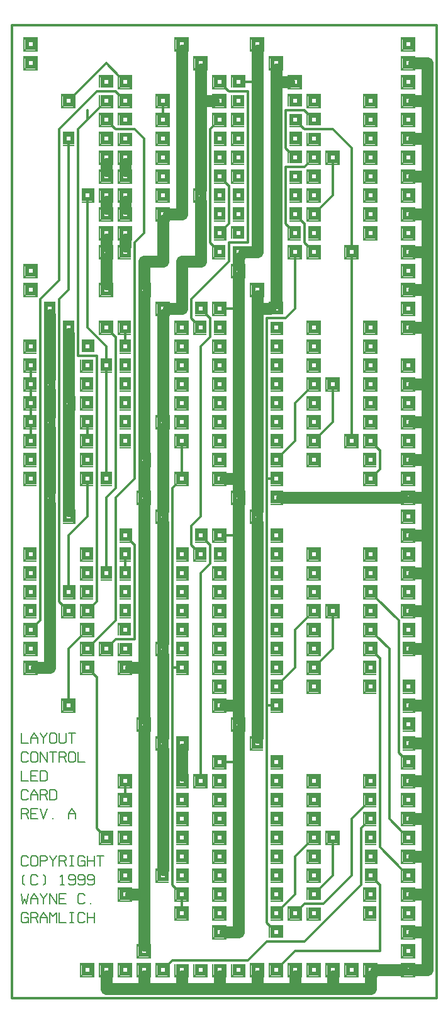
<source format=gtl>
%MOIN*%
%FSLAX23Y23*%
%ADD10C,.012*%
%ADD11C,.062*%
%ADD12C,.050X.024*%
%ADD13R,.062X.062X.024*%
%ADD14C,.016*%
%ADD15R,.008X.062*%
%ADD16R,.062X.008*%
%ADD17C,.008*%
%LPD*%
G90*X0Y0D02*X86Y409D02*D17*X77Y400D01*X59D01*     
X50Y409D01*Y445D01*X59Y454D01*X77D01*X86Y445D01*  
X68Y427D02*X86D01*Y400D01*X100D02*Y454D01*X127D01*
X136Y445D01*Y436D01*X127Y427D01*X100D01*X127D02*  
X136Y400D01*X150D02*Y427D01*X168Y454D01*          
X186Y427D01*Y400D01*X150Y427D02*X186D01*          
X200Y400D02*Y454D01*X218Y436D01*X236Y454D01*      
Y400D01*X250Y454D02*Y400D01*X286D01*X318D02*      
Y454D01*X309Y400D02*X327D01*X309Y454D02*X327D01*  
X386Y409D02*X377Y400D01*X359D01*X350Y409D01*      
Y445D01*X359Y454D01*X377D01*X386Y445D01*          
X400Y400D02*Y454D01*X436Y400D02*Y454D01*          
X400Y427D02*X436D01*D13*X400Y150D03*D14*          
X431Y181D03*Y119D03*X369Y181D03*Y119D03*D15*      
X435Y150D03*X365D03*D16*X400Y185D03*Y115D03*      
X50Y554D02*D17*X59Y500D01*X68Y527D01*X77Y500D01*  
X86Y554D01*X100Y500D02*Y527D01*X118Y554D01*       
X136Y527D01*Y500D01*X100Y527D02*X136D01*          
X150Y554D02*X168Y527D01*X186Y554D01*X168Y527D02*  
Y500D01*X200D02*Y554D01*X236Y500D01*Y554D01*      
X286Y500D02*X250D01*Y554D01*X286D01*X250Y527D02*  
X277D01*X386Y509D02*X377Y500D01*X359D01*          
X350Y509D01*Y545D01*X359Y554D01*X377D01*          
X386Y545D01*X418Y500D03*X500Y50D02*D11*X700D01*   
X900D01*X1100D01*X1300D01*X1500D01*X1700D01*      
X1900D01*Y119D01*D13*Y150D03*D14*X1931Y181D03*    
Y119D03*X1869Y181D03*Y119D03*D15*X1935Y150D03*    
X1865D03*D16*X1900Y185D03*Y115D03*X1931Y150D02*   
D11*X2069D01*D13*X2100D03*D14*X2131Y181D03*       
Y119D03*X2069Y181D03*Y119D03*D15*X2135Y150D03*    
X2065D03*D16*X2100Y185D03*Y115D03*X2131Y150D02*   
D11*X2200D01*Y350D01*X2131D01*D13*X2100D03*D14*   
X2131Y381D03*Y319D03*X2069Y381D03*Y319D03*D15*    
X2135Y350D03*X2065D03*D16*X2100Y385D03*Y315D03*   
X2200Y350D02*D11*Y550D01*X2131D01*D13*X2100D03*   
D14*X2131Y581D03*Y519D03*X2069Y581D03*Y519D03*D15*
X2135Y550D03*X2065D03*D16*X2100Y585D03*Y515D03*   
X2200Y550D02*D11*Y750D01*X2131D01*D13*X2100D03*   
D14*X2131Y781D03*Y719D03*X2069Y781D03*Y719D03*D15*
X2135Y750D03*X2065D03*D16*X2100Y785D03*Y715D03*   
X2200Y750D02*D11*Y950D01*X2131D01*D13*X2100D03*   
D14*X2131Y981D03*Y919D03*X2069Y981D03*Y919D03*D15*
X2135Y950D03*X2065D03*D16*X2100Y985D03*Y915D03*   
X2200Y950D02*D11*Y1150D01*X2131D01*D13*X2100D03*  
D14*X2131Y1181D03*Y1119D03*X2069Y1181D03*Y1119D03*
D15*X2135Y1150D03*X2065D03*D16*X2100Y1185D03*     
Y1115D03*X2200Y1150D02*D11*Y1350D01*X2131D01*D13* 
X2100D03*D14*X2131Y1381D03*Y1319D03*D15*          
X2135Y1350D03*D16*X2100Y1385D03*Y1315D03*         
X2050Y1300D02*D10*X2069Y1281D01*D13*X2100Y1250D03*
D14*X2131Y1281D03*Y1219D03*X2069Y1281D03*Y1219D03*
D15*X2135Y1250D03*X2065D03*D16*X2100Y1285D03*     
Y1215D03*X2050Y1300D02*D10*Y2000D01*X1931Y2119D01*
D13*X1900Y2150D03*D14*X1931Y2181D03*Y2119D03*     
X1869Y2181D03*Y2119D03*D15*X1935Y2150D03*X1865D03*
D16*X1900Y2185D03*Y2115D03*D13*Y2250D03*D14*      
X1931Y2281D03*Y2219D03*X1869Y2281D03*Y2219D03*D15*
X1935Y2250D03*X1865D03*D16*X1900Y2285D03*Y2215D03*
D13*Y2050D03*D14*X1931Y2081D03*Y2019D03*          
X1869Y2081D03*Y2019D03*D15*X1935Y2050D03*X1865D03*
D16*X1900Y2085D03*Y2015D03*D13*X2100Y1950D03*D14* 
X2131Y1981D03*Y1919D03*D15*X2135Y1950D03*D16*     
X2100Y1985D03*Y1915D03*D13*Y2350D03*D14*          
X2131Y2381D03*Y2319D03*X2069Y2381D03*Y2319D03*D15*
X2135Y2350D03*X2065D03*D16*X2100Y2385D03*Y2315D03*
D13*Y2050D03*D14*X2131Y2081D03*Y2019D03*          
X2069Y2081D03*Y2019D03*D15*X2135Y2050D03*X2065D03*
D16*X2100Y2085D03*Y2015D03*X2131Y2050D02*D11*     
X2200D01*Y1850D01*Y1550D01*Y1350D01*D13*          
X2100Y1450D03*D14*X2131Y1481D03*Y1419D03*D15*     
X2135Y1450D03*D16*X2100Y1485D03*Y1415D03*         
X2200Y1550D02*D11*X2131D01*D13*X2100D03*D14*      
X2131Y1581D03*Y1519D03*D15*X2135Y1550D03*D16*     
X2100Y1585D03*Y1515D03*D13*Y1650D03*D14*          
X2131Y1681D03*Y1619D03*D15*X2135Y1650D03*D16*     
X2100Y1685D03*Y1615D03*D13*X1900Y1750D03*D14*     
X1869Y1781D03*Y1719D03*D15*X1865Y1750D03*D16*     
X1900Y1785D03*Y1715D03*D13*Y1650D03*D14*          
X1869Y1681D03*Y1619D03*D15*X1865Y1650D03*D16*     
X1900Y1685D03*Y1615D03*X1950Y1800D02*D10*Y800D01* 
X2069Y681D01*D13*X2100Y650D03*D14*X2131Y681D03*   
Y619D03*X2069Y681D03*Y619D03*D15*X2135Y650D03*    
X2065D03*D16*X2100Y685D03*Y615D03*X1950Y600D02*   
D10*Y250D01*X1500D01*X1431Y181D01*D13*            
X1400Y150D03*D14*X1431Y181D03*Y119D03*            
X1369Y181D03*Y119D03*D15*X1435Y150D03*X1365D03*   
D16*X1400Y185D03*Y115D03*X1500Y50D02*D11*Y119D01* 
D13*Y150D03*D14*X1531Y181D03*Y119D03*X1469Y181D03*
Y119D03*D15*X1535Y150D03*X1465D03*D16*            
X1500Y185D03*Y115D03*D13*X1600Y150D03*D14*        
X1631Y181D03*Y119D03*X1569Y181D03*Y119D03*D15*    
X1635Y150D03*X1565D03*D16*X1600Y185D03*Y115D03*   
X1350Y300D02*D10*X1250Y200D01*X850D01*X831Y181D01*
D13*X800Y150D03*D14*X831Y181D03*Y119D03*          
X769Y181D03*Y119D03*D15*X835Y150D03*X765D03*D16*  
X800Y185D03*Y115D03*X900Y50D02*D11*Y119D01*D13*   
Y150D03*D14*X931Y119D03*X869D03*D15*X935Y150D03*  
X865D03*D16*X900Y115D03*D13*X1000Y150D03*D14*     
X1031Y119D03*X969D03*D15*X1035Y150D03*X965D03*D16*
X1000Y115D03*D13*X1100Y350D03*D14*X1131Y381D03*   
Y319D03*X1069Y381D03*Y319D03*D15*X1135Y350D03*    
X1065D03*D16*X1100Y385D03*Y315D03*X1131Y350D02*   
D11*X1200D01*Y1250D01*D10*X1131D01*D13*X1100D03*  
D14*X1131Y1281D03*Y1219D03*X1069Y1281D03*Y1219D03*
D15*X1135Y1250D03*X1065D03*D16*X1100Y1285D03*     
Y1215D03*D13*X1000Y1150D03*D14*X1031Y1181D03*     
Y1119D03*X969Y1181D03*Y1119D03*D15*X1035Y1150D03* 
X965D03*D16*X1000Y1185D03*Y1115D03*Y1181D02*D10*  
Y2250D01*X1050Y2300D01*Y2400D01*X1031Y2419D01*D13*
X1000Y2450D03*D14*X1031Y2481D03*Y2419D03*D15*     
X1035Y2450D03*D16*X1000Y2485D03*Y2415D03*         
X950Y2500D02*D10*Y2400D01*X969Y2381D01*D13*       
X1000Y2350D03*D14*X969Y2381D03*Y2319D03*D15*      
X965Y2350D03*D16*X1000Y2385D03*Y2315D03*D13*      
X1100Y2250D03*D14*X1131Y2281D03*Y2219D03*         
X1069Y2281D03*Y2219D03*D15*X1135Y2250D03*X1065D03*
D16*X1100Y2285D03*Y2215D03*D13*Y2450D03*D14*      
X1131Y2481D03*Y2419D03*X1069Y2481D03*Y2419D03*D15*
X1135Y2450D03*X1065D03*D16*X1100Y2485D03*Y2415D03*
X1131Y2450D02*D10*X1200D01*D11*Y1550D01*Y1481D01* 
D13*Y1450D03*D14*X1231Y1481D03*Y1419D03*          
X1169Y1481D03*Y1419D03*D15*X1235Y1450D03*X1165D03*
D16*X1200Y1485D03*Y1415D03*Y1419D02*D11*Y1250D01* 
D13*X1300Y1350D03*D14*X1269Y1381D03*Y1319D03*D15* 
X1265Y1350D03*D16*X1300Y1385D03*Y1315D03*Y1381D02*
D11*Y2519D01*D13*Y2550D03*D14*X1269Y2581D03*      
Y2519D03*D15*X1265Y2550D03*D16*X1300Y2585D03*     
Y2515D03*Y2581D02*D11*Y3650D01*X1369D01*D13*      
X1400D03*D14*X1431Y3681D03*X1369D03*D15*          
X1435Y3650D03*X1365D03*D16*X1400Y3685D03*Y3681D02*
D11*Y4850D01*X1469D01*D13*X1500D03*D14*           
X1531Y4881D03*Y4819D03*X1469Y4881D03*Y4819D03*D15*
X1535Y4850D03*X1465D03*D16*X1500Y4885D03*Y4815D03*
D13*X1600Y4750D03*D14*X1631Y4781D03*Y4719D03*     
X1569Y4781D03*Y4719D03*D15*X1635Y4750D03*X1565D03*
D16*X1600Y4785D03*Y4715D03*D13*X1400Y4950D03*D14* 
X1431Y4981D03*Y4919D03*X1369Y4981D03*Y4919D03*D15*
X1435Y4950D03*X1365D03*D16*X1400Y4985D03*Y4915D03*
Y4919D02*D11*Y4850D01*D13*X1500Y4750D03*D14*      
X1531Y4781D03*X1469D03*D15*X1535Y4750D03*X1465D03*
D16*X1500Y4785D03*X1300Y4850D02*D11*Y3950D01*     
X1231D01*D13*X1200D03*D14*X1231Y3919D03*D15*      
X1235Y3950D03*D16*X1200Y3915D03*Y3919D02*D11*     
Y3881D01*D13*Y3850D03*D14*X1231Y3881D03*Y3819D03* 
X1169Y3881D03*Y3819D03*D15*X1235Y3850D03*X1165D03*
D16*X1200Y3885D03*Y3815D03*Y3819D02*D11*Y3650D01* 
Y2750D01*Y2681D01*D13*Y2650D03*D14*X1231Y2681D03* 
Y2619D03*X1169Y2681D03*Y2619D03*D15*X1235Y2650D03*
X1165D03*D16*X1200Y2685D03*Y2615D03*Y2619D02*D11* 
Y2450D01*D13*X1100Y2350D03*D14*X1131Y2381D03*     
Y2319D03*D15*X1135Y2350D03*D16*X1100Y2385D03*     
Y2315D03*D13*X1400Y2250D03*D14*X1431Y2281D03*     
Y2219D03*D15*X1435Y2250D03*D16*X1400Y2285D03*     
Y2215D03*D13*Y2650D03*D14*X1431Y2681D03*Y2619D03* 
D15*X1435Y2650D03*D16*X1400Y2685D03*Y2615D03*     
X1431Y2650D02*D11*X2069D01*D13*X2100D03*D14*      
X2131Y2681D03*Y2619D03*X2069Y2681D03*Y2619D03*D15*
X2135Y2650D03*X2065D03*D16*X2100Y2685D03*Y2615D03*
X2131Y2650D02*D11*X2200D01*Y2450D01*Y2250D01*     
Y2050D01*D13*X2100Y2150D03*D14*X2131Y2181D03*     
Y2119D03*X2069Y2181D03*Y2119D03*D15*X2135Y2150D03*
X2065D03*D16*X2100Y2185D03*Y2115D03*X2000Y1850D02*
D10*Y950D01*X2069Y881D01*D13*X2100Y850D03*D14*    
X2131Y881D03*Y819D03*X2069Y881D03*Y819D03*D15*    
X2135Y850D03*X2065D03*D16*X2100Y885D03*Y815D03*   
D13*X1900Y1050D03*D14*X1869Y1081D03*Y1019D03*D15* 
X1865Y1050D03*D16*X1900Y1085D03*Y1015D03*         
X1869Y1019D02*D10*X1800Y950D01*Y650D01*           
X1650Y500D01*X1550D01*X1531Y481D01*D13*           
X1500Y450D03*D14*X1531Y481D03*Y419D03*            
X1469Y481D03*Y419D03*D15*X1535Y450D03*X1465D03*   
D16*X1500Y485D03*Y415D03*D13*X1600Y550D03*D14*    
X1631Y581D03*X1569D03*D15*X1635Y550D03*X1565D03*  
D16*X1600Y585D03*X1631Y581D02*D10*X1700Y650D01*   
Y819D01*D13*Y850D03*D14*X1731Y881D03*Y819D03*     
X1669Y881D03*Y819D03*D15*X1735Y850D03*X1665D03*   
D16*X1700Y885D03*Y815D03*D13*X1600Y950D03*D14*    
X1631Y981D03*Y919D03*X1569Y981D03*Y919D03*D15*    
X1635Y950D03*X1565D03*D16*X1600Y985D03*Y915D03*   
D13*Y750D03*D14*X1631Y781D03*Y719D03*X1569Y781D03*
Y719D03*D15*X1635Y750D03*X1565D03*D16*            
X1600Y785D03*Y715D03*D13*Y850D03*D14*X1631Y881D03*
Y819D03*X1569Y881D03*Y819D03*D15*X1635Y850D03*    
X1565D03*D16*X1600Y885D03*Y815D03*X1569Y819D02*   
D10*X1500Y750D01*Y550D01*X1431Y481D01*D13*        
X1400Y450D03*D14*X1431Y481D03*Y419D03*D15*        
X1435Y450D03*D16*X1400Y485D03*Y415D03*            
X1350Y400D02*D10*X1369Y381D01*D13*X1400Y350D03*   
D14*X1431Y381D03*X1369D03*D15*X1435Y350D03*       
X1365D03*D16*X1400Y385D03*X1350Y400D02*D10*       
Y1550D01*X1369D01*D13*X1400D03*D14*X1431Y1581D03* 
Y1519D03*D15*X1435Y1550D03*D16*X1400Y1585D03*     
Y1515D03*X1350Y1550D02*D10*Y2750D01*X1369D01*D13* 
X1400D03*D14*X1431Y2781D03*Y2719D03*D15*          
X1435Y2750D03*D16*X1400Y2785D03*Y2715D03*         
X1350Y2750D02*D10*Y3600D01*X1450D01*X1500Y3650D01*
Y3919D01*D13*Y3950D03*D14*X1531Y3981D03*Y3919D03* 
X1469Y3981D03*Y3919D03*D15*X1535Y3950D03*X1465D03*
D16*X1500Y3985D03*Y3915D03*X1550Y4000D02*D10*     
X1569Y3981D01*D13*X1600Y3950D03*D14*X1631Y3981D03*
Y3919D03*X1569Y3981D03*Y3919D03*D15*X1635Y3950D03*
X1565D03*D16*X1600Y3985D03*Y3915D03*X1550Y4000D02*
D10*Y4100D01*X1531Y4119D01*D13*X1500Y4150D03*D14* 
X1531Y4181D03*Y4119D03*D15*X1535Y4150D03*D16*     
X1500Y4185D03*Y4115D03*X1450Y4100D02*D10*         
X1469Y4081D01*D13*X1500Y4050D03*D14*X1469Y4081D03*
Y4019D03*D15*X1465Y4050D03*D16*X1500Y4085D03*     
Y4015D03*X1450Y4100D02*D10*Y4400D01*X1550D01*     
X1569Y4419D01*D13*X1600Y4450D03*D14*X1631Y4481D03*
Y4419D03*X1569Y4481D03*Y4419D03*D15*X1635Y4450D03*
X1565D03*D16*X1600Y4485D03*Y4415D03*D13*          
X1500Y4550D03*D14*X1531Y4581D03*Y4519D03*D15*     
X1535Y4550D03*D16*X1500Y4585D03*Y4515D03*D13*     
Y4350D03*D14*X1531Y4319D03*D15*X1535Y4350D03*D16* 
X1500Y4315D03*D13*X1700Y4450D03*D14*X1731Y4481D03*
Y4419D03*X1669Y4481D03*Y4419D03*D15*X1735Y4450D03*
X1665D03*D16*X1700Y4485D03*Y4415D03*Y4419D02*D10* 
Y4250D01*X1631Y4181D01*D13*X1600Y4150D03*D14*     
X1631Y4181D03*Y4119D03*X1569Y4181D03*Y4119D03*D15*
X1635Y4150D03*X1565D03*D16*X1600Y4185D03*Y4115D03*
D13*X1500Y4250D03*D14*X1531Y4281D03*Y4219D03*D15* 
X1535Y4250D03*D16*X1500Y4285D03*Y4215D03*D13*     
X1600Y4250D03*D14*X1631Y4281D03*Y4219D03*         
X1569Y4281D03*Y4219D03*D15*X1635Y4250D03*X1565D03*
D16*X1600Y4285D03*Y4215D03*D13*Y4050D03*D14*      
X1631Y4081D03*Y4019D03*D15*X1635Y4050D03*D16*     
X1600Y4085D03*Y4015D03*D13*X1800Y3950D03*D14*     
X1831Y3981D03*Y3919D03*X1769Y3981D03*Y3919D03*D15*
X1835Y3950D03*X1765D03*D16*X1800Y3985D03*Y3915D03*
Y3919D02*D10*Y2981D01*D13*Y2950D03*D14*           
X1831Y2981D03*Y2919D03*X1769Y2981D03*Y2919D03*D15*
X1835Y2950D03*X1765D03*D16*X1800Y2985D03*Y2915D03*
D13*X1900Y2850D03*D14*X1869Y2881D03*Y2819D03*D15* 
X1865Y2850D03*D16*X1900Y2885D03*Y2815D03*D13*     
Y3050D03*D14*X1931Y3081D03*Y3019D03*X1869Y3081D03*
Y3019D03*D15*X1935Y3050D03*X1865D03*D16*          
X1900Y3085D03*Y3015D03*X1700Y3050D02*D10*         
X1631Y2981D01*D13*X1600Y2950D03*D14*X1631Y2981D03*
Y2919D03*X1569Y2981D03*Y2919D03*D15*X1635Y2950D03*
X1565D03*D16*X1600Y2985D03*Y2915D03*X1700Y3050D02*
D10*Y3219D01*D13*Y3250D03*D14*X1731Y3281D03*      
Y3219D03*X1669Y3281D03*Y3219D03*D15*X1735Y3250D03*
X1665D03*D16*X1700Y3285D03*Y3215D03*D13*          
X1600Y3350D03*D14*X1631Y3381D03*Y3319D03*         
X1569Y3381D03*Y3319D03*D15*X1635Y3350D03*X1565D03*
D16*X1600Y3385D03*Y3315D03*D13*Y3150D03*D14*      
X1631Y3181D03*Y3119D03*X1569Y3181D03*Y3119D03*D15*
X1635Y3150D03*X1565D03*D16*X1600Y3185D03*Y3115D03*
D13*Y3250D03*D14*X1631Y3281D03*Y3219D03*          
X1569Y3281D03*Y3219D03*D15*X1635Y3250D03*X1565D03*
D16*X1600Y3285D03*Y3215D03*X1569Y3219D02*D10*     
X1500Y3150D01*Y2950D01*X1431Y2881D01*D13*         
X1400Y2850D03*D14*X1431Y2881D03*Y2819D03*D15*     
X1435Y2850D03*D16*X1400Y2885D03*Y2815D03*D13*     
Y2950D03*D14*X1431Y2981D03*Y2919D03*D15*          
X1435Y2950D03*D16*X1400Y2985D03*Y2915D03*D13*     
X1600Y3050D03*D14*X1631Y3081D03*Y3019D03*         
X1569Y3081D03*Y3019D03*D15*X1635Y3050D03*X1565D03*
D16*X1600Y3085D03*Y3015D03*D13*Y2850D03*D14*      
X1631Y2881D03*Y2819D03*X1569Y2881D03*Y2819D03*D15*
X1635Y2850D03*X1565D03*D16*X1600Y2885D03*Y2815D03*
D13*X1400Y3050D03*D14*X1431Y3081D03*Y3019D03*D15* 
X1435Y3050D03*D16*X1400Y3085D03*Y3015D03*         
X1200Y2750D02*D11*X1131D01*D13*X1100D03*D14*      
X1131Y2781D03*Y2719D03*X1069Y2781D03*Y2719D03*D15*
X1135Y2750D03*X1065D03*D16*X1100Y2785D03*Y2715D03*
D13*Y2850D03*D14*X1131Y2881D03*Y2819D03*          
X1069Y2881D03*Y2819D03*D15*X1135Y2850D03*X1065D03*
D16*X1100Y2885D03*Y2815D03*D13*X900Y2950D03*D14*  
X931Y2981D03*Y2919D03*X869Y2981D03*Y2919D03*D15*  
X935Y2950D03*X865D03*D16*X900Y2985D03*Y2915D03*   
Y2919D02*D10*Y2781D01*D13*Y2750D03*D14*           
X931Y2781D03*Y2719D03*X869Y2781D03*Y2719D03*D15*  
X935Y2750D03*X865D03*D16*X900Y2785D03*Y2715D03*   
X869Y2719D02*D10*X850Y2700D01*Y1750D01*Y600D01*   
X869Y581D01*D13*X900Y550D03*D14*X931Y581D03*      
Y519D03*X869Y581D03*Y519D03*D15*X935Y550D03*      
X865D03*D16*X900Y585D03*Y515D03*Y519D02*D10*      
Y481D01*D13*Y450D03*D14*X931Y481D03*Y419D03*      
X869Y481D03*Y419D03*D15*X935Y450D03*X865D03*D16*  
X900Y485D03*Y415D03*D13*X1100Y650D03*D14*         
X1131Y681D03*Y619D03*X1069Y681D03*Y619D03*D15*    
X1135Y650D03*X1065D03*D16*X1100Y685D03*Y615D03*   
D13*X700Y250D03*D14*X731Y281D03*Y219D03*          
X669Y281D03*Y219D03*D15*X735Y250D03*X665D03*D16*  
X700Y285D03*Y215D03*Y281D02*D11*Y550D01*X631D01*  
D13*X600D03*D14*X631Y581D03*Y519D03*X569Y581D03*  
Y519D03*D15*X635Y550D03*X565D03*D16*X600Y585D03*  
Y515D03*X700Y550D02*D11*Y1419D01*D13*Y1450D03*D14*
X731Y1481D03*Y1419D03*X669Y1481D03*Y1419D03*D15*  
X735Y1450D03*X665D03*D16*X700Y1485D03*Y1415D03*   
Y1481D02*D11*Y1750D01*X631D01*D13*X600D03*D14*    
X631Y1781D03*Y1719D03*X569Y1781D03*Y1719D03*D15*  
X635Y1750D03*X565D03*D16*X600Y1785D03*Y1715D03*   
D13*X500Y1850D03*D14*X531Y1881D03*Y1819D03*       
X469Y1881D03*Y1819D03*D15*X535Y1850D03*X465D03*   
D16*X500Y1885D03*Y1815D03*X531Y1881D02*D10*       
X550Y1900D01*X650D01*Y2400D01*X631Y2419D01*D13*   
X600Y2450D03*D14*X631Y2481D03*Y2419D03*D15*       
X635Y2450D03*D16*X600Y2485D03*Y2415D03*D13*       
Y2350D03*D16*Y2385D03*Y2315D03*Y2319D02*D10*      
Y2281D01*D13*Y2250D03*D16*Y2285D03*Y2215D03*D13*  
X500Y2250D03*D16*Y2285D03*Y2215D03*Y2281D02*D10*  
Y2650D01*X550Y2700D01*Y3500D01*X531Y3519D01*D13*  
X500Y3550D03*D14*X531Y3581D03*Y3519D03*           
X469Y3581D03*Y3519D03*D15*X535Y3550D03*X465D03*   
D16*X500Y3585D03*Y3515D03*D13*X600Y3450D03*D16*   
Y3485D03*Y3415D03*Y3481D02*D10*Y3519D01*D13*      
Y3550D03*D14*X569Y3581D03*Y3519D03*D15*           
X565Y3550D03*D16*X600Y3585D03*Y3515D03*           
X500Y3450D02*D10*Y3381D01*D13*Y3350D03*D16*       
Y3385D03*Y3315D03*Y3319D02*D10*Y2781D01*D13*      
Y2750D03*D16*Y2785D03*Y2715D03*D13*X400Y2850D03*  
D14*X369Y2881D03*Y2819D03*D15*X365Y2850D03*D16*   
X400Y2885D03*Y2815D03*D13*Y2750D03*D14*           
X369Y2781D03*Y2719D03*D15*X365Y2750D03*D16*       
X400Y2785D03*Y2715D03*Y2719D02*D10*Y2550D01*      
X300Y2450D01*Y2181D01*D13*Y2150D03*D14*           
X331Y2181D03*Y2119D03*D15*X335Y2150D03*D16*       
X300Y2185D03*Y2115D03*X250Y2100D02*D10*           
X269Y2081D01*D13*X300Y2050D03*D14*X331Y2081D03*   
Y2019D03*X269Y2081D03*Y2019D03*D15*X335Y2050D03*  
X265D03*D16*X300Y2085D03*Y2015D03*X250Y2100D02*   
D10*Y3700D01*X300Y3750D01*Y4519D01*D13*Y4550D03*  
D16*Y4585D03*Y4515D03*X350Y4600D02*D10*Y3400D01*  
X450D01*Y2100D01*X431Y2081D01*D13*X400Y2050D03*   
D14*X431Y2081D03*Y2019D03*X369Y2081D03*Y2019D03*  
D15*X435Y2050D03*X365D03*D16*X400Y2085D03*        
Y2015D03*D13*Y2150D03*D14*X369Y2181D03*Y2119D03*  
D15*X365Y2150D03*D16*X400Y2185D03*Y2115D03*D13*   
Y1950D03*D14*X431Y1981D03*Y1919D03*X369Y1981D03*  
Y1919D03*D15*X435Y1950D03*X365D03*D16*            
X400Y1985D03*Y1915D03*X369Y1919D02*D10*           
X300Y1850D01*Y1581D01*D13*Y1550D03*D14*           
X331Y1581D03*Y1519D03*X269Y1581D03*Y1519D03*D15*  
X335Y1550D03*X265D03*D16*X300Y1585D03*Y1515D03*   
X450Y1700D02*D10*Y900D01*X469Y881D01*D13*         
X500Y850D03*D14*X531Y881D03*Y819D03*X469Y881D03*  
Y819D03*D15*X535Y850D03*X465D03*D16*X500Y885D03*  
Y815D03*D13*X600Y750D03*D14*X631Y781D03*Y719D03*  
X569Y781D03*Y719D03*D15*X635Y750D03*X565D03*D16*  
X600Y785D03*Y715D03*D13*Y950D03*D14*X631Y981D03*  
Y919D03*X569Y981D03*Y919D03*D15*X635Y950D03*      
X565D03*D16*X600Y985D03*Y915D03*D13*Y850D03*D14*  
X631Y881D03*Y819D03*X569Y881D03*Y819D03*D15*      
X635Y850D03*X565D03*D16*X600Y885D03*Y815D03*D13*  
Y1050D03*D14*X631Y1081D03*Y1019D03*X569Y1081D03*  
Y1019D03*D15*X635Y1050D03*X565D03*D16*            
X600Y1085D03*Y1015D03*Y1081D02*D10*Y1119D01*D13*  
Y1150D03*D14*X631Y1181D03*Y1119D03*X569Y1181D03*  
Y1119D03*D15*X635Y1150D03*X565D03*D16*            
X600Y1185D03*Y1115D03*D13*X800Y1350D03*D14*       
X769Y1381D03*Y1319D03*D15*X765Y1350D03*D16*       
X800Y1385D03*Y1315D03*Y1319D02*D11*Y681D01*D13*   
Y650D03*D14*X769Y681D03*Y619D03*D15*X765Y650D03*  
D16*X800Y685D03*Y615D03*D13*X900Y750D03*D14*      
X931Y781D03*Y719D03*D15*X935Y750D03*D16*          
X900Y785D03*Y715D03*D13*Y650D03*D14*X931Y681D03*  
Y619D03*D15*X935Y650D03*D16*X900Y685D03*Y615D03*  
D13*Y850D03*D14*X931Y881D03*Y819D03*D15*          
X935Y850D03*D16*X900Y885D03*Y815D03*D13*          
X600Y650D03*D14*X631Y681D03*Y619D03*X569Y681D03*  
Y619D03*D15*X635Y650D03*X565D03*D16*X600Y685D03*  
Y615D03*D13*X1100Y950D03*D14*X1131Y981D03*Y919D03*
X1069Y981D03*Y919D03*D15*X1135Y950D03*X1065D03*   
D16*X1100Y985D03*Y915D03*D13*Y450D03*D14*         
X1131Y481D03*Y419D03*X1069Y481D03*Y419D03*D15*    
X1135Y450D03*X1065D03*D16*X1100Y485D03*Y415D03*   
D13*Y550D03*D14*X1131Y581D03*Y519D03*X1069Y581D03*
Y519D03*D15*X1135Y550D03*X1065D03*D16*            
X1100Y585D03*Y515D03*D13*X900Y950D03*D14*         
X931Y981D03*Y919D03*D15*X935Y950D03*D16*          
X900Y985D03*Y915D03*D13*X1100Y750D03*D14*         
X1131Y781D03*Y719D03*X1069Y781D03*Y719D03*D15*    
X1135Y750D03*X1065D03*D16*X1100Y785D03*Y715D03*   
D13*Y850D03*D14*X1131Y881D03*Y819D03*X1069Y881D03*
Y819D03*D15*X1135Y850D03*X1065D03*D16*            
X1100Y885D03*Y815D03*D13*Y1050D03*D14*            
X1131Y1081D03*Y1019D03*X1069Y1081D03*Y1019D03*D15*
X1135Y1050D03*X1065D03*D16*X1100Y1085D03*Y1015D03*
D13*X900Y1050D03*D14*X931Y1081D03*Y1019D03*D15*   
X935Y1050D03*D16*X900Y1085D03*Y1015D03*D13*       
X1300Y150D03*D14*X1331Y181D03*Y119D03*            
X1269Y181D03*Y119D03*D15*X1335Y150D03*X1265D03*   
D16*X1300Y185D03*Y115D03*Y119D02*D11*Y50D01*D13*  
X1200Y150D03*D14*X1231Y119D03*X1169D03*D15*       
X1235Y150D03*X1165D03*D16*X1200Y115D03*D13*       
X1100Y150D03*D14*X1131Y119D03*X1069D03*D15*       
X1135Y150D03*X1065D03*D16*X1100Y115D03*Y119D02*   
D11*Y50D01*X1350Y300D02*D10*X1550D01*X1850Y600D01*
Y900D01*X1869Y919D01*D13*X1900Y950D03*D14*        
X1869Y981D03*Y919D03*D15*X1865Y950D03*D16*        
X1900Y985D03*Y915D03*D13*Y850D03*D16*Y885D03*     
Y815D03*D13*Y1150D03*D14*X1869Y1181D03*Y1119D03*  
D15*X1865Y1150D03*D16*X1900Y1185D03*Y1115D03*D13* 
Y750D03*D14*X1931Y781D03*Y719D03*D15*X1935Y750D03*
D16*X1900Y785D03*Y715D03*D13*X2100Y1050D03*D14*   
X2131Y1081D03*Y1019D03*X2069Y1081D03*Y1019D03*D15*
X2135Y1050D03*X2065D03*D16*X2100Y1085D03*Y1015D03*
D13*X1600Y650D03*D14*X1631Y681D03*Y619D03*        
X1569Y681D03*Y619D03*D15*X1635Y650D03*X1565D03*   
D16*X1600Y685D03*Y615D03*D13*Y1150D03*D14*        
X1631Y1181D03*Y1119D03*X1569Y1181D03*Y1119D03*D15*
X1635Y1150D03*X1565D03*D16*X1600Y1185D03*Y1115D03*
D13*Y1050D03*D14*X1631Y1081D03*Y1019D03*          
X1569Y1081D03*Y1019D03*D15*X1635Y1050D03*X1565D03*
D16*X1600Y1085D03*Y1015D03*D13*X1900Y650D03*D14*  
X1931Y681D03*Y619D03*D15*X1935Y650D03*D16*        
X1900Y685D03*Y615D03*X1931Y619D02*D10*            
X1950Y600D01*D13*X1900Y550D03*D14*X1869Y581D03*   
Y519D03*D15*X1865Y550D03*D16*X1900Y585D03*Y515D03*
D13*X2100Y450D03*D14*X2131Y481D03*Y419D03*        
X2069Y481D03*Y419D03*D15*X2135Y450D03*X2065D03*   
D16*X2100Y485D03*Y415D03*D13*X1900Y450D03*D14*    
X1869Y481D03*Y419D03*D15*X1865Y450D03*D16*        
X1900Y485D03*Y415D03*D13*X1600Y450D03*D14*        
X1631Y419D03*X1569D03*D15*X1635Y450D03*X1565D03*  
D16*X1600Y415D03*D13*X2100Y250D03*D14*            
X2131Y281D03*Y219D03*X2069Y281D03*Y219D03*D15*    
X2135Y250D03*X2065D03*D16*X2100Y285D03*Y215D03*   
D13*X1700Y150D03*D14*X1731Y181D03*Y119D03*        
X1669Y181D03*Y119D03*D15*X1735Y150D03*X1665D03*   
D16*X1700Y185D03*Y115D03*Y119D02*D11*Y50D01*D13*  
X1800Y150D03*D14*X1831Y181D03*Y119D03*            
X1769Y181D03*Y119D03*D15*X1835Y150D03*X1765D03*   
D16*X1800Y185D03*Y115D03*D13*X1400Y550D03*D14*    
X1431Y581D03*Y519D03*D15*X1435Y550D03*D16*        
X1400Y585D03*Y515D03*X2250Y0D02*D10*X0D01*        
Y5150D01*X2250D01*Y0D01*D13*X1400Y850D03*D14*     
X1431Y881D03*Y819D03*D15*X1435Y850D03*D16*        
X1400Y885D03*Y815D03*D13*Y750D03*D14*X1431Y781D03*
Y719D03*D15*X1435Y750D03*D16*X1400Y785D03*Y715D03*
D13*Y650D03*D14*X1431Y681D03*Y619D03*D15*         
X1435Y650D03*D16*X1400Y685D03*Y615D03*D13*Y950D03*
D14*X1431Y981D03*Y919D03*D15*X1435Y950D03*D16*    
X1400Y985D03*Y915D03*D13*Y1050D03*D14*            
X1431Y1081D03*Y1019D03*D15*X1435Y1050D03*D16*     
X1400Y1085D03*Y1015D03*D13*X1100Y1150D03*D14*     
X1131Y1181D03*Y1119D03*X1069Y1181D03*Y1119D03*D15*
X1135Y1150D03*X1065D03*D16*X1100Y1185D03*Y1115D03*
D13*X1400Y1150D03*D14*X1431Y1181D03*Y1119D03*D15* 
X1435Y1150D03*D16*X1400Y1185D03*Y1115D03*D13*     
Y1250D03*D14*X1431Y1281D03*Y1219D03*D15*          
X1435Y1250D03*D16*X1400Y1285D03*Y1215D03*D13*     
X900Y1350D03*D14*X931Y1381D03*Y1319D03*D15*       
X935Y1350D03*D16*X900Y1385D03*Y1315D03*Y1319D02*  
D11*Y1181D01*D13*Y1150D03*D14*X931Y1181D03*       
Y1119D03*D15*X935Y1150D03*D16*X900Y1185D03*       
Y1115D03*X800Y1381D02*D11*Y1819D01*D13*Y1850D03*  
D14*X769Y1881D03*Y1819D03*D15*X765Y1850D03*D16*   
X800Y1885D03*Y1815D03*Y1881D02*D11*Y2519D01*D13*  
Y2550D03*D14*X769Y2581D03*Y2519D03*D15*           
X765Y2550D03*D16*X800Y2585D03*Y2515D03*Y2581D02*  
D11*Y3019D01*D13*Y3050D03*D14*X831Y3081D03*       
Y3019D03*X769Y3081D03*Y3019D03*D15*X835Y3050D03*  
X765D03*D16*X800Y3085D03*Y3015D03*Y3081D02*D11*   
Y3619D01*D13*Y3650D03*D14*X831Y3681D03*Y3619D03*  
X769Y3681D03*Y3619D03*D15*X835Y3650D03*X765D03*   
D16*X800Y3685D03*Y3615D03*X831Y3650D02*D11*       
X900D01*Y3900D01*X1000D01*Y4219D01*D13*Y4250D03*  
D14*X969Y4281D03*Y4219D03*D15*X965Y4250D03*D16*   
X1000Y4285D03*Y4215D03*Y4281D02*D11*Y4750D01*     
X1069D01*D13*X1100D03*D14*X1131Y4781D03*Y4719D03* 
X1069Y4781D03*Y4719D03*D15*X1135Y4750D03*X1065D03*
D16*X1100Y4785D03*Y4715D03*X1150Y4800D02*D10*     
X1250D01*Y4000D01*X1150D01*Y3900D01*X950Y3700D01* 
Y3600D01*X969Y3581D01*D13*X1000Y3550D03*D14*      
X969Y3581D03*Y3519D03*D15*X965Y3550D03*D16*       
X1000Y3585D03*Y3515D03*X1050Y3500D02*D10*         
X1000Y3450D01*Y2550D01*X950Y2500D01*D13*          
X900Y2350D03*D14*X931Y2381D03*Y2319D03*D15*       
X935Y2350D03*D16*X900Y2385D03*Y2315D03*D13*       
X700Y2650D03*D14*X731Y2681D03*Y2619D03*           
X669Y2681D03*Y2619D03*D15*X735Y2650D03*X665D03*   
D16*X700Y2685D03*Y2615D03*Y2619D02*D11*Y1750D01*  
D13*X600Y1850D03*D14*X631Y1819D03*X569D03*D15*    
X635Y1850D03*X565D03*D16*X600Y1815D03*            
X850Y1750D02*D10*X869D01*D13*X900D03*D14*         
X931Y1781D03*Y1719D03*D15*X935Y1750D03*D16*       
X900Y1785D03*Y1715D03*D13*Y1850D03*D14*           
X931Y1881D03*Y1819D03*D15*X935Y1850D03*D16*       
X900Y1885D03*Y1815D03*D13*X1100Y1550D03*D14*      
X1131Y1581D03*Y1519D03*X1069Y1581D03*Y1519D03*D15*
X1135Y1550D03*X1065D03*D16*X1100Y1585D03*Y1515D03*
X1131Y1550D02*D11*X1200D01*D13*X1100Y1650D03*D14* 
X1131Y1681D03*Y1619D03*X1069Y1681D03*Y1619D03*D15*
X1135Y1650D03*X1065D03*D16*X1100Y1685D03*Y1615D03*
D13*X1400Y1750D03*D14*X1431Y1781D03*Y1719D03*D15* 
X1435Y1750D03*D16*X1400Y1785D03*Y1715D03*D13*     
Y1650D03*D14*X1431Y1681D03*Y1619D03*D15*          
X1435Y1650D03*D16*X1400Y1685D03*Y1615D03*         
X1431Y1681D02*D10*X1500Y1750D01*Y1950D01*         
X1569Y2019D01*D13*X1600Y2050D03*D14*X1631Y2081D03*
Y2019D03*X1569Y2081D03*Y2019D03*D15*X1635Y2050D03*
X1565D03*D16*X1600Y2085D03*Y2015D03*D13*          
X1700Y2050D03*D14*X1731Y2081D03*Y2019D03*         
X1669Y2081D03*Y2019D03*D15*X1735Y2050D03*X1665D03*
D16*X1700Y2085D03*Y2015D03*Y2019D02*D10*Y1850D01* 
X1631Y1781D01*D13*X1600Y1750D03*D14*X1631Y1781D03*
Y1719D03*X1569Y1781D03*Y1719D03*D15*X1635Y1750D03*
X1565D03*D16*X1600Y1785D03*Y1715D03*D13*Y1850D03* 
D14*X1631Y1881D03*Y1819D03*X1569Y1881D03*Y1819D03*
D15*X1635Y1850D03*X1565D03*D16*X1600Y1885D03*     
Y1815D03*D13*Y1650D03*D14*X1631Y1681D03*Y1619D03* 
X1569Y1681D03*Y1619D03*D15*X1635Y1650D03*X1565D03*
D16*X1600Y1685D03*Y1615D03*D13*X1400Y1950D03*D14* 
X1431Y1981D03*Y1919D03*D15*X1435Y1950D03*D16*     
X1400Y1985D03*Y1915D03*D13*Y1850D03*D14*          
X1431Y1881D03*Y1819D03*D15*X1435Y1850D03*D16*     
X1400Y1885D03*Y1815D03*D13*X1600Y1950D03*D14*     
X1631Y1981D03*Y1919D03*X1569Y1981D03*Y1919D03*D15*
X1635Y1950D03*X1565D03*D16*X1600Y1985D03*Y1915D03*
D13*X1900Y1850D03*D14*X1931Y1881D03*Y1819D03*     
X1869Y1881D03*Y1819D03*D15*X1935Y1850D03*X1865D03*
D16*X1900Y1885D03*Y1815D03*X1931Y1819D02*D10*     
X1950Y1800D01*X2000Y1850D02*X1931Y1919D01*D13*    
X1900Y1950D03*D14*X1931Y1981D03*Y1919D03*         
X1869Y1981D03*Y1919D03*D15*X1935Y1950D03*X1865D03*
D16*X1900Y1985D03*Y1915D03*D13*X2100Y1850D03*D14* 
X2131Y1881D03*Y1819D03*D15*X2135Y1850D03*D16*     
X2100Y1885D03*Y1815D03*X2131Y1850D02*D11*X2200D01*
Y2250D02*X2131D01*D13*X2100D03*D14*X2131Y2281D03* 
Y2219D03*X2069Y2281D03*Y2219D03*D15*X2135Y2250D03*
X2065D03*D16*X2100Y2285D03*Y2215D03*X2200Y2450D02*
D11*X2131D01*D13*X2100D03*D14*X2131Y2481D03*      
Y2419D03*X2069Y2481D03*Y2419D03*D15*X2135Y2450D03*
X2065D03*D16*X2100Y2485D03*Y2415D03*D13*Y2550D03* 
D14*X2131Y2581D03*Y2519D03*X2069Y2581D03*Y2519D03*
D15*X2135Y2550D03*X2065D03*D16*X2100Y2585D03*     
Y2515D03*X2200Y2650D02*D11*Y2850D01*X2131D01*D13* 
X2100D03*D14*X2131Y2881D03*Y2819D03*X2069Y2881D03*
Y2819D03*D15*X2135Y2850D03*X2065D03*D16*          
X2100Y2885D03*Y2815D03*X2200Y2850D02*D11*Y3050D01*
X2131D01*D13*X2100D03*D14*X2131Y3081D03*Y3019D03* 
X2069Y3081D03*Y3019D03*D15*X2135Y3050D03*X2065D03*
D16*X2100Y3085D03*Y3015D03*X2200Y3050D02*D11*     
Y3250D01*X2131D01*D13*X2100D03*D14*X2131Y3281D03* 
Y3219D03*X2069Y3281D03*Y3219D03*D15*X2135Y3250D03*
X2065D03*D16*X2100Y3285D03*Y3215D03*X2200Y3250D02*
D11*Y3550D01*X2131D01*D13*X2100D03*D14*           
X2131Y3581D03*Y3519D03*X2069Y3581D03*Y3519D03*D15*
X2135Y3550D03*X2065D03*D16*X2100Y3585D03*Y3515D03*
X2200Y3550D02*D11*Y3750D01*X2131D01*D13*X2100D03* 
D14*X2131Y3781D03*Y3719D03*X2069Y3781D03*Y3719D03*
D15*X2135Y3750D03*X2065D03*D16*X2100Y3785D03*     
Y3715D03*X2200Y3750D02*D11*Y3950D01*X2131D01*D13* 
X2100D03*D14*X2131Y3981D03*Y3919D03*X2069Y3981D03*
Y3919D03*D15*X2135Y3950D03*X2065D03*D16*          
X2100Y3985D03*Y3915D03*X2200Y3950D02*D11*Y4150D01*
X2131D01*D13*X2100D03*D14*X2131Y4181D03*Y4119D03* 
X2069Y4181D03*Y4119D03*D15*X2135Y4150D03*X2065D03*
D16*X2100Y4185D03*Y4115D03*X2200Y4150D02*D11*     
Y4350D01*X2131D01*D13*X2100D03*D14*X2131Y4381D03* 
Y4319D03*X2069Y4381D03*Y4319D03*D15*X2135Y4350D03*
X2065D03*D16*X2100Y4385D03*Y4315D03*X2200Y4350D02*
D11*Y4550D01*X2131D01*D13*X2100D03*D14*           
X2131Y4581D03*Y4519D03*X2069Y4581D03*Y4519D03*D15*
X2135Y4550D03*X2065D03*D16*X2100Y4585D03*Y4515D03*
X2200Y4550D02*D11*Y4750D01*X2131D01*D13*X2100D03* 
D14*X2131Y4781D03*Y4719D03*X2069Y4781D03*Y4719D03*
D15*X2135Y4750D03*X2065D03*D16*X2100Y4785D03*     
Y4715D03*X2200Y4750D02*D11*Y4950D01*X2131D01*D13* 
X2100D03*D14*X2131Y4981D03*Y4919D03*X2069Y4981D03*
Y4919D03*D15*X2135Y4950D03*X2065D03*D16*          
X2100Y4985D03*Y4915D03*D13*Y5050D03*D14*          
X2131Y5081D03*Y5019D03*X2069Y5081D03*Y5019D03*D15*
X2135Y5050D03*X2065D03*D16*X2100Y5085D03*Y5015D03*
D13*Y4850D03*D14*X2131Y4881D03*Y4819D03*          
X2069Y4881D03*Y4819D03*D15*X2135Y4850D03*X2065D03*
D16*X2100Y4885D03*Y4815D03*D13*X1900Y4750D03*D14* 
X1931Y4781D03*Y4719D03*X1869Y4781D03*Y4719D03*D15*
X1935Y4750D03*X1865D03*D16*X1900Y4785D03*Y4715D03*
D13*Y4650D03*D14*X1931Y4681D03*Y4619D03*          
X1869Y4681D03*Y4619D03*D15*X1935Y4650D03*X1865D03*
D16*X1900Y4685D03*Y4615D03*D13*X2100Y4650D03*D14* 
X2131Y4681D03*Y4619D03*X2069Y4681D03*Y4619D03*D15*
X2135Y4650D03*X2065D03*D16*X2100Y4685D03*Y4615D03*
D13*X1900Y4550D03*D14*X1931Y4581D03*Y4519D03*     
X1869Y4581D03*Y4519D03*D15*X1935Y4550D03*X1865D03*
D16*X1900Y4585D03*Y4515D03*X1700Y4600D02*D10*     
X1800Y4500D01*Y3981D01*D13*X1900Y4050D03*D14*     
X1931Y4081D03*Y4019D03*X1869Y4081D03*Y4019D03*D15*
X1935Y4050D03*X1865D03*D16*X1900Y4085D03*Y4015D03*
D13*Y4150D03*D14*X1931Y4181D03*Y4119D03*          
X1869Y4181D03*Y4119D03*D15*X1935Y4150D03*X1865D03*
D16*X1900Y4185D03*Y4115D03*D13*X2100Y3650D03*D14* 
X2131Y3681D03*Y3619D03*X2069Y3681D03*Y3619D03*D15*
X2135Y3650D03*X2065D03*D16*X2100Y3685D03*Y3615D03*
D13*Y4250D03*D14*X2131Y4281D03*Y4219D03*          
X2069Y4281D03*Y4219D03*D15*X2135Y4250D03*X2065D03*
D16*X2100Y4285D03*Y4215D03*D13*Y3850D03*D14*      
X2131Y3881D03*Y3819D03*X2069Y3881D03*Y3819D03*D15*
X2135Y3850D03*X2065D03*D16*X2100Y3885D03*Y3815D03*
D13*X1900Y4250D03*D14*X1931Y4281D03*Y4219D03*     
X1869Y4281D03*Y4219D03*D15*X1935Y4250D03*X1865D03*
D16*X1900Y4285D03*Y4215D03*D13*X2100Y4050D03*D14* 
X2131Y4081D03*Y4019D03*X2069Y4081D03*Y4019D03*D15*
X2135Y4050D03*X2065D03*D16*X2100Y4085D03*Y4015D03*
D13*X1400Y3550D03*D14*X1431Y3519D03*D15*          
X1435Y3550D03*D16*X1400Y3515D03*D13*X1600Y3550D03*
D14*X1631Y3581D03*Y3519D03*X1569Y3581D03*Y3519D03*
D15*X1635Y3550D03*X1565D03*D16*X1600Y3585D03*     
Y3515D03*D13*X1900Y4350D03*D14*X1931Y4381D03*     
Y4319D03*X1869Y4381D03*Y4319D03*D15*X1935Y4350D03*
X1865D03*D16*X1900Y4385D03*Y4315D03*D13*Y3550D03* 
D14*X1931Y3581D03*Y3519D03*X1869Y3581D03*Y3519D03*
D15*X1935Y3550D03*X1865D03*D16*X1900Y3585D03*     
Y3515D03*D13*X1600Y4350D03*D14*X1631Y4381D03*     
Y4319D03*X1569Y4381D03*Y4319D03*D15*X1635Y4350D03*
X1565D03*D16*X1600Y4385D03*Y4315D03*D13*          
X1400Y3450D03*D14*X1431Y3481D03*Y3419D03*D15*     
X1435Y3450D03*D16*X1400Y3485D03*Y3415D03*D13*     
X2100Y4450D03*D14*X2131Y4481D03*Y4419D03*         
X2069Y4481D03*Y4419D03*D15*X2135Y4450D03*X2065D03*
D16*X2100Y4485D03*Y4415D03*D13*X1600Y3450D03*D14* 
X1631Y3481D03*Y3419D03*X1569Y3481D03*Y3419D03*D15*
X1635Y3450D03*X1565D03*D16*X1600Y3485D03*Y3415D03*
D13*X1900Y4450D03*D14*X1931Y4481D03*Y4419D03*     
X1869Y4481D03*Y4419D03*D15*X1935Y4450D03*X1865D03*
D16*X1900Y4485D03*Y4415D03*D13*Y3450D03*D14*      
X1931Y3481D03*Y3419D03*X1869Y3481D03*Y3419D03*D15*
X1935Y3450D03*X1865D03*D16*X1900Y3485D03*Y3415D03*
D13*X1300Y3750D03*D14*X1331Y3781D03*Y3719D03*     
X1269Y3781D03*Y3719D03*D15*X1335Y3750D03*X1265D03*
D16*X1300Y3785D03*Y3715D03*Y3719D02*D11*Y3650D01* 
X1200D02*D10*X1131D01*D13*X1100D03*D14*           
X1131Y3681D03*Y3619D03*X1069Y3681D03*Y3619D03*D15*
X1135Y3650D03*X1065D03*D16*X1100Y3685D03*Y3615D03*
X1050Y3600D02*D10*Y3500D01*D13*X1100Y3450D03*D14* 
X1131Y3481D03*Y3419D03*X1069Y3481D03*Y3419D03*D15*
X1135Y3450D03*X1065D03*D16*X1100Y3485D03*Y3415D03*
D13*Y3550D03*D14*X1131Y3581D03*Y3519D03*D15*      
X1135Y3550D03*D16*X1100Y3585D03*Y3515D03*         
X1050Y3600D02*D10*X1031Y3619D01*D13*X1000Y3650D03*
D14*X1031Y3681D03*Y3619D03*D15*X1035Y3650D03*D16* 
X1000Y3685D03*Y3615D03*D13*X900Y3550D03*D14*      
X931Y3581D03*Y3519D03*X869Y3581D03*Y3519D03*D15*  
X935Y3550D03*X865D03*D16*X900Y3585D03*Y3515D03*   
D13*Y3450D03*D14*X931Y3481D03*Y3419D03*           
X869Y3481D03*Y3419D03*D15*X935Y3450D03*X865D03*   
D16*X900Y3485D03*Y3415D03*X800Y3900D02*D11*       
X700D01*Y3781D01*D13*Y3750D03*D14*X731Y3781D03*   
Y3719D03*D15*X735Y3750D03*D16*X700Y3785D03*       
Y3715D03*Y3719D02*D11*Y2881D01*D13*Y2850D03*D14*  
X731Y2881D03*Y2819D03*D15*X735Y2850D03*D16*       
X700Y2885D03*Y2815D03*Y2819D02*D11*Y2681D01*      
X650Y2750D02*D10*X550Y2650D01*Y2000D01*           
X431Y1881D01*D13*X400Y1850D03*D14*X431Y1881D03*   
Y1819D03*X369Y1881D03*Y1819D03*D15*X435Y1850D03*  
X365D03*D16*X400Y1885D03*Y1815D03*D13*Y1750D03*   
D14*X431Y1781D03*Y1719D03*X369Y1781D03*Y1719D03*  
D15*X435Y1750D03*X365D03*D16*X400Y1785D03*        
Y1715D03*X431Y1719D02*D10*X450Y1700D01*D13*       
X600Y1950D03*D14*X569Y1981D03*D15*X565Y1950D03*   
D16*X600Y1985D03*X200Y1750D02*D11*X131D01*D13*    
X100D03*D14*X131Y1781D03*Y1719D03*X69Y1781D03*    
Y1719D03*D15*X135Y1750D03*X65D03*D16*X100Y1785D03*
Y1715D03*X200Y1750D02*D11*Y2619D01*D13*Y2650D03*  
D16*Y2685D03*Y2615D03*Y2681D02*D11*Y3019D01*D13*  
Y3050D03*D16*Y3085D03*Y3015D03*Y3081D02*D11*      
Y3219D01*D13*Y3250D03*D16*Y3285D03*Y3215D03*      
Y3281D02*D11*Y3619D01*D13*Y3650D03*D16*Y3685D03*  
Y3615D03*X150Y3700D02*D10*Y2000D01*X131Y1981D01*  
D13*X100Y1950D03*D14*X131Y1981D03*Y1919D03*       
X69Y1981D03*Y1919D03*D15*X135Y1950D03*X65D03*D16* 
X100Y1985D03*Y1915D03*D13*Y2050D03*D14*           
X69Y2081D03*Y2019D03*D15*X65Y2050D03*D16*         
X100Y2085D03*Y2015D03*D13*Y1850D03*D14*           
X131Y1881D03*Y1819D03*X69Y1881D03*Y1819D03*D15*   
X135Y1850D03*X65D03*D16*X100Y1885D03*Y1815D03*D13*
Y2150D03*D14*X69Y2181D03*Y2119D03*D15*X65Y2150D03*
D16*X100Y2185D03*Y2115D03*D13*X400Y2250D03*D14*   
X369Y2281D03*Y2219D03*D15*X365Y2250D03*D16*       
X400Y2285D03*Y2215D03*D13*X100Y2250D03*D14*       
X69Y2281D03*Y2219D03*D15*X65Y2250D03*D16*         
X100Y2285D03*Y2215D03*D13*X400Y2350D03*D14*       
X369Y2381D03*Y2319D03*D15*X365Y2350D03*D16*       
X400Y2385D03*Y2315D03*D13*X100Y2350D03*D14*       
X69Y2381D03*Y2319D03*D15*X65Y2350D03*D16*         
X100Y2385D03*Y2315D03*D13*X600Y2050D03*D16*       
Y2085D03*Y2015D03*D13*Y2150D03*D16*Y2185D03*      
Y2115D03*D13*X300Y2550D03*D14*X331Y2581D03*       
Y2519D03*D15*X335Y2550D03*D16*X300Y2585D03*       
Y2515D03*Y2581D02*D11*Y3119D01*D13*Y3150D03*D14*  
X331Y3181D03*Y3119D03*D15*X335Y3150D03*D16*       
X300Y3185D03*Y3115D03*Y3181D02*D11*Y3519D01*D13*  
Y3550D03*D16*Y3585D03*Y3515D03*D13*X400Y3450D03*  
D14*X431Y3481D03*D15*X435Y3450D03*D16*            
X400Y3485D03*Y3550D02*D10*X500Y3450D01*D13*       
X600Y3350D03*D16*Y3385D03*Y3315D03*X400Y3550D02*  
D10*Y4219D01*D13*Y4250D03*D14*X431Y4281D03*       
Y4219D03*D15*X435Y4250D03*D16*X400Y4285D03*       
Y4215D03*D13*X500Y4150D03*D14*X531Y4181D03*       
Y4119D03*X469Y4181D03*Y4119D03*D15*X535Y4150D03*  
X465D03*D16*X500Y4185D03*Y4115D03*Y4181D02*D11*   
Y4219D01*D13*Y4250D03*D14*X531Y4281D03*Y4219D03*  
X469Y4281D03*Y4219D03*D15*X535Y4250D03*X465D03*   
D16*X500Y4285D03*Y4215D03*D13*X600Y4150D03*D14*   
X631Y4181D03*Y4119D03*X569Y4181D03*Y4119D03*D15*  
X635Y4150D03*X565D03*D16*X600Y4185D03*Y4115D03*   
Y4181D02*D11*Y4219D01*D13*Y4250D03*D14*           
X631Y4281D03*Y4219D03*X569Y4281D03*Y4219D03*D15*  
X635Y4250D03*X565D03*D16*X600Y4285D03*Y4215D03*   
D13*X500Y4350D03*D14*X531Y4381D03*Y4319D03*       
X469Y4381D03*Y4319D03*D15*X535Y4350D03*X465D03*   
D16*X500Y4385D03*Y4315D03*Y4381D02*D11*Y4419D01*  
D13*Y4450D03*D14*X531Y4481D03*Y4419D03*           
X469Y4481D03*Y4419D03*D15*X535Y4450D03*X465D03*   
D16*X500Y4485D03*Y4415D03*D13*X600Y4350D03*D14*   
X631Y4381D03*Y4319D03*X569Y4381D03*Y4319D03*D15*  
X635Y4350D03*X565D03*D16*X600Y4385D03*Y4315D03*   
Y4381D02*D11*Y4419D01*D13*Y4450D03*D14*           
X631Y4481D03*Y4419D03*X569Y4481D03*Y4419D03*D15*  
X635Y4450D03*X565D03*D16*X600Y4485D03*Y4415D03*   
X700Y4550D02*D10*Y4050D01*X650Y4000D01*Y2750D01*  
D13*X600Y2950D03*D16*Y2985D03*Y2915D03*D13*       
X400Y2950D03*D14*X369Y2981D03*Y2919D03*D15*       
X365Y2950D03*D16*X400Y2985D03*Y2915D03*Y2981D02*  
D10*Y3019D01*D13*Y3050D03*D14*X369Y3081D03*       
Y3019D03*D15*X365Y3050D03*D16*X400Y3085D03*       
Y3015D03*D13*Y3150D03*D14*X369Y3181D03*Y3119D03*  
D15*X365Y3150D03*D16*X400Y3185D03*Y3115D03*D13*   
X600Y3250D03*D16*Y3285D03*Y3215D03*D13*Y3050D03*  
D16*Y3085D03*Y3015D03*D13*X400Y3250D03*D14*       
X369Y3281D03*Y3219D03*D15*X365Y3250D03*D16*       
X400Y3285D03*Y3215D03*D13*X600Y3150D03*D16*       
Y3185D03*Y3115D03*D13*X100Y3350D03*D14*           
X69Y3381D03*Y3319D03*D15*X65Y3350D03*D16*         
X100Y3385D03*Y3315D03*Y3319D02*D10*Y3281D01*D13*  
Y3250D03*D14*X69Y3281D03*Y3219D03*D15*X65Y3250D03*
D16*X100Y3285D03*Y3215D03*Y3219D02*D10*Y3181D01*  
D13*Y3150D03*D14*X69Y3181D03*Y3119D03*D15*        
X65Y3150D03*D16*X100Y3185D03*Y3115D03*Y3119D02*   
D10*Y3081D01*D13*Y3050D03*D14*X69Y3081D03*        
Y3019D03*D15*X65Y3050D03*D16*X100Y3085D03*        
Y3015D03*Y3019D02*D10*Y2981D01*D13*Y2950D03*D14*  
X69Y2981D03*Y2919D03*D15*X65Y2950D03*D16*         
X100Y2985D03*Y2915D03*D13*Y2850D03*D14*           
X69Y2881D03*Y2819D03*D15*X65Y2850D03*D16*         
X100Y2885D03*Y2815D03*D13*Y2750D03*D14*           
X69Y2781D03*Y2719D03*D15*X65Y2750D03*D16*         
X100Y2785D03*Y2715D03*D13*X400Y3350D03*D14*       
X369Y3319D03*D15*X365Y3350D03*D16*X400Y3315D03*   
D13*X100Y3450D03*D14*X69Y3481D03*Y3419D03*D15*    
X65Y3450D03*D16*X100Y3485D03*Y3415D03*            
X150Y3700D02*D10*X250Y3800D01*Y4600D01*           
X450Y4800D01*X550D01*X569Y4781D01*D13*            
X600Y4750D03*D14*X631Y4781D03*Y4719D03*           
X569Y4781D03*Y4719D03*D15*X635Y4750D03*X565D03*   
D16*X600Y4785D03*Y4715D03*D13*X500Y4850D03*D14*   
X531Y4881D03*X469D03*D15*X535Y4850D03*X465D03*D16*
X500Y4885D03*D13*Y4650D03*D14*X531Y4681D03*       
Y4619D03*X469Y4681D03*Y4619D03*D15*X535Y4650D03*  
X465D03*D16*X500Y4685D03*Y4615D03*X531Y4619D02*   
D10*X550Y4600D01*X650D01*X700Y4550D01*D13*        
X800Y4450D03*D14*X831Y4481D03*Y4419D03*           
X769Y4481D03*Y4419D03*D15*X835Y4450D03*X765D03*   
D16*X800Y4485D03*Y4415D03*D13*Y4650D03*D14*       
X831Y4681D03*Y4619D03*X769Y4681D03*Y4619D03*D15*  
X835Y4650D03*X765D03*D16*X800Y4685D03*Y4615D03*   
Y4681D02*D10*Y4719D01*D13*Y4750D03*D14*           
X831Y4781D03*Y4719D03*X769Y4781D03*Y4719D03*D15*  
X835Y4750D03*X765D03*D16*X800Y4785D03*Y4715D03*   
D13*X1000Y4950D03*D14*X1031Y4981D03*Y4919D03*     
X969Y4981D03*Y4919D03*D15*X1035Y4950D03*X965D03*  
D16*X1000Y4985D03*Y4915D03*Y4919D02*D11*Y4750D01* 
D13*X1100Y4650D03*D14*X1131Y4681D03*Y4619D03*     
X1069Y4681D03*Y4619D03*D15*X1135Y4650D03*X1065D03*
D16*X1100Y4685D03*Y4615D03*X1069Y4619D02*D10*     
X1050Y4600D01*Y4000D01*X1069Y3981D01*D13*         
X1100Y3950D03*D14*X1069Y3981D03*Y3919D03*D15*     
X1065Y3950D03*D16*X1100Y3985D03*Y3915D03*D13*     
X1200Y4050D03*D14*X1169Y4081D03*D15*X1165Y4050D03*
D16*X1200Y4085D03*D13*X1100Y4050D03*D14*          
X1131Y4081D03*Y4019D03*D15*X1135Y4050D03*D16*     
X1100Y4085D03*Y4015D03*X1131Y4081D02*D10*         
X1150Y4100D01*Y4300D01*X1131Y4319D01*D13*         
X1100Y4350D03*D14*X1131Y4381D03*Y4319D03*D15*     
X1135Y4350D03*D16*X1100Y4385D03*Y4315D03*D13*     
X1200Y4250D03*D16*Y4285D03*Y4215D03*D13*Y4450D03* 
D14*X1169Y4481D03*Y4419D03*D15*X1165Y4450D03*D16* 
X1200Y4485D03*Y4415D03*D13*Y4350D03*D14*          
X1169Y4381D03*Y4319D03*D15*X1165Y4350D03*D16*     
X1200Y4385D03*Y4315D03*D13*X1100Y4450D03*D14*     
X1131Y4481D03*Y4419D03*D15*X1135Y4450D03*D16*     
X1100Y4485D03*Y4415D03*D13*Y4250D03*D16*Y4285D03* 
Y4215D03*X900Y4150D02*D11*X831D01*D13*X800D03*D14*
X831Y4181D03*Y4119D03*X769Y4181D03*Y4119D03*D15*  
X835Y4150D03*X765D03*D16*X800Y4185D03*Y4115D03*   
Y4119D02*D11*Y3900D01*D13*X600Y4050D03*D14*       
X631Y4081D03*Y4019D03*X569Y4081D03*Y4019D03*D15*  
X635Y4050D03*X565D03*D16*X600Y4085D03*Y4015D03*   
Y4019D02*D11*Y3981D01*D13*Y3950D03*D14*           
X569Y3981D03*Y3919D03*D15*X565Y3950D03*D16*       
X600Y3985D03*Y3915D03*D13*X500Y4050D03*D14*       
X531Y4081D03*Y4019D03*X469Y4081D03*Y4019D03*D15*  
X535Y4050D03*X465D03*D16*X500Y4085D03*Y4015D03*   
Y4019D02*D11*Y3981D01*D13*Y3950D03*D14*           
X531Y3981D03*Y3919D03*X469Y3981D03*Y3919D03*D15*  
X535Y3950D03*X465D03*D16*X500Y3985D03*Y3915D03*   
Y3919D02*D11*Y3781D01*D13*Y3750D03*D14*           
X531Y3781D03*Y3719D03*X469Y3781D03*Y3719D03*D15*  
X535Y3750D03*X465D03*D16*X500Y3785D03*Y3715D03*   
D13*X900Y3350D03*D14*X931Y3381D03*Y3319D03*       
X869Y3381D03*Y3319D03*D15*X935Y3350D03*X865D03*   
D16*X900Y3385D03*Y3315D03*Y4150D02*D11*Y5019D01*  
D13*Y5050D03*D14*X931Y5081D03*Y5019D03*           
X869Y5081D03*Y5019D03*D15*X935Y5050D03*X865D03*   
D16*X900Y5085D03*Y5015D03*D13*X1100Y4850D03*D14*  
X1131Y4881D03*Y4819D03*X1069Y4881D03*Y4819D03*D15*
X1135Y4850D03*X1065D03*D16*X1100Y4885D03*Y4815D03*
X1131Y4819D02*D10*X1150Y4800D01*D13*X1200Y4750D03*
D14*X1169Y4719D03*D15*X1165Y4750D03*D16*          
X1200Y4715D03*D13*Y4850D03*D14*X1231Y4881D03*     
X1169D03*D15*X1235Y4850D03*X1165D03*D16*          
X1200Y4885D03*X1231Y4850D02*D10*X1300D01*D11*     
Y5019D01*D13*Y5050D03*D14*X1331Y5081D03*Y5019D03* 
X1269Y5081D03*Y5019D03*D15*X1335Y5050D03*X1265D03*
D16*X1300Y5085D03*Y5015D03*X1450Y4700D02*D10*     
Y4500D01*X1469Y4481D01*D13*X1500Y4450D03*D14*     
X1531Y4481D03*X1469D03*D15*X1535Y4450D03*X1465D03*
D16*X1500Y4485D03*D13*X1600Y4550D03*D14*          
X1631Y4519D03*X1569D03*D15*X1635Y4550D03*X1565D03*
D16*X1600Y4515D03*X1550Y4600D02*D10*X1700D01*D13* 
X1600Y4650D03*D14*X1631Y4681D03*X1569D03*D15*     
X1635Y4650D03*X1565D03*D16*X1600Y4685D03*         
X1569Y4681D02*D10*X1550Y4700D01*X1450D01*D13*     
X1500Y4650D03*D14*X1531Y4619D03*D15*X1535Y4650D03*
D16*X1500Y4615D03*X1531Y4619D02*D10*X1550Y4600D01*
D13*X1200Y4650D03*D14*X1169Y4681D03*Y4619D03*D15* 
X1165Y4650D03*D16*X1200Y4685D03*Y4615D03*D13*     
Y4550D03*D14*X1169Y4581D03*Y4519D03*D15*          
X1165Y4550D03*D16*X1200Y4585D03*Y4515D03*D13*     
X1100Y4150D03*D16*Y4185D03*Y4115D03*D13*          
X1200Y4150D03*D16*Y4185D03*Y4115D03*D13*          
X1100Y4550D03*D14*X1131Y4581D03*Y4519D03*D15*     
X1135Y4550D03*D16*X1100Y4585D03*Y4515D03*D13*     
X800Y4550D03*D14*X831Y4581D03*Y4519D03*           
X769Y4581D03*Y4519D03*D15*X835Y4550D03*X765D03*   
D16*X800Y4585D03*Y4515D03*D13*Y4350D03*D14*       
X831Y4381D03*Y4319D03*X769Y4381D03*Y4319D03*D15*  
X835Y4350D03*X765D03*D16*X800Y4385D03*Y4315D03*   
D13*Y4250D03*D14*X831Y4281D03*Y4219D03*           
X769Y4281D03*Y4219D03*D15*X835Y4250D03*X765D03*   
D16*X800Y4285D03*Y4215D03*D13*X600Y4850D03*D14*   
X631Y4881D03*Y4819D03*X569Y4881D03*Y4819D03*D15*  
X635Y4850D03*X565D03*D16*X600Y4885D03*Y4815D03*   
X569Y4881D02*D10*X500Y4950D01*X331Y4781D01*D13*   
X300Y4750D03*D14*X331Y4781D03*Y4719D03*           
X269Y4781D03*Y4719D03*D15*X335Y4750D03*X265D03*   
D16*X300Y4785D03*Y4715D03*X400Y4650D02*D10*       
X350Y4600D01*X400Y4650D02*X469Y4719D01*D13*       
X500Y4750D03*D14*X531Y4719D03*X469D03*D15*        
X535Y4750D03*X465D03*D16*X500Y4715D03*D13*        
X600Y4650D03*D14*X631Y4681D03*X569D03*D15*        
X635Y4650D03*X565D03*D16*X600Y4685D03*            
X400Y4650D02*D10*Y4700D01*D13*X500Y4550D03*D14*   
X531Y4581D03*Y4519D03*X469Y4581D03*Y4519D03*D15*  
X535Y4550D03*X465D03*D16*X500Y4585D03*Y4515D03*   
D13*X600Y4550D03*D14*X631Y4519D03*X569D03*D15*    
X635Y4550D03*X565D03*D16*X600Y4515D03*D13*        
X100Y4950D03*D14*X131Y4981D03*Y4919D03*           
X69Y4981D03*Y4919D03*D15*X135Y4950D03*X65D03*D16* 
X100Y4985D03*Y4915D03*D13*Y5050D03*D14*           
X131Y5081D03*Y5019D03*X69Y5081D03*Y5019D03*D15*   
X135Y5050D03*X65D03*D16*X100Y5085D03*Y5015D03*D13*
Y3850D03*D14*X131Y3881D03*Y3819D03*X69Y3881D03*   
Y3819D03*D15*X135Y3850D03*X65D03*D16*X100Y3885D03*
Y3815D03*D13*Y3750D03*D14*X131Y3781D03*Y3719D03*  
X69Y3781D03*Y3719D03*D15*X135Y3750D03*X65D03*D16* 
X100Y3785D03*Y3715D03*D13*X1100Y3350D03*D14*      
X1131Y3381D03*Y3319D03*X1069Y3381D03*Y3319D03*D15*
X1135Y3350D03*X1065D03*D16*X1100Y3385D03*Y3315D03*
D13*X1400Y3350D03*D14*X1431Y3381D03*Y3319D03*D15* 
X1435Y3350D03*D16*X1400Y3385D03*Y3315D03*D13*     
X900Y3250D03*D14*X931Y3281D03*Y3219D03*           
X869Y3281D03*Y3219D03*D15*X935Y3250D03*X865D03*   
D16*X900Y3285D03*Y3215D03*D13*X1100Y3250D03*D14*  
X1131Y3281D03*Y3219D03*X1069Y3281D03*Y3219D03*D15*
X1135Y3250D03*X1065D03*D16*X1100Y3285D03*Y3215D03*
D13*X1400Y3250D03*D14*X1431Y3281D03*Y3219D03*D15* 
X1435Y3250D03*D16*X1400Y3285D03*Y3215D03*D13*     
X1900Y3250D03*D14*X1931Y3281D03*Y3219D03*         
X1869Y3281D03*Y3219D03*D15*X1935Y3250D03*X1865D03*
D16*X1900Y3285D03*Y3215D03*D13*Y3350D03*D14*      
X1931Y3381D03*Y3319D03*X1869Y3381D03*Y3319D03*D15*
X1935Y3350D03*X1865D03*D16*X1900Y3385D03*Y3315D03*
D13*X900Y3150D03*D14*X931Y3181D03*Y3119D03*       
X869Y3181D03*Y3119D03*D15*X935Y3150D03*X865D03*   
D16*X900Y3185D03*Y3115D03*D13*X1100Y3150D03*D14*  
X1131Y3181D03*Y3119D03*X1069Y3181D03*Y3119D03*D15*
X1135Y3150D03*X1065D03*D16*X1100Y3185D03*Y3115D03*
D13*X1400Y3150D03*D14*X1431Y3181D03*Y3119D03*D15* 
X1435Y3150D03*D16*X1400Y3185D03*Y3115D03*D13*     
X1900Y3150D03*D14*X1931Y3181D03*Y3119D03*         
X1869Y3181D03*Y3119D03*D15*X1935Y3150D03*X1865D03*
D16*X1900Y3185D03*Y3115D03*D13*X900Y3050D03*D14*  
X931Y3081D03*Y3019D03*X869Y3081D03*Y3019D03*D15*  
X935Y3050D03*X865D03*D16*X900Y3085D03*Y3015D03*   
D13*X1100Y3050D03*D14*X1131Y3081D03*Y3019D03*     
X1069Y3081D03*Y3019D03*D15*X1135Y3050D03*X1065D03*
D16*X1100Y3085D03*Y3015D03*D13*X2100Y3150D03*D14* 
X2131Y3181D03*Y3119D03*X2069Y3181D03*Y3119D03*D15*
X2135Y3150D03*X2065D03*D16*X2100Y3185D03*Y3115D03*
D13*Y3350D03*D14*X2131Y3381D03*Y3319D03*          
X2069Y3381D03*Y3319D03*D15*X2135Y3350D03*X2065D03*
D16*X2100Y3385D03*Y3315D03*D13*X1100Y2950D03*D14* 
X1131Y2981D03*Y2919D03*X1069Y2981D03*Y2919D03*D15*
X1135Y2950D03*X1065D03*D16*X1100Y2985D03*Y2915D03*
D13*X1900Y2950D03*D14*X1931Y2981D03*Y2919D03*     
X1869Y2981D03*Y2919D03*D15*X1935Y2950D03*X1865D03*
D16*X1900Y2985D03*Y2915D03*X1931Y2919D02*D10*     
X1950Y2900D01*Y2800D01*X1931Y2781D01*D13*         
X1900Y2750D03*D14*X1931Y2781D03*Y2719D03*         
X1869Y2781D03*Y2719D03*D15*X1935Y2750D03*X1865D03*
D16*X1900Y2785D03*Y2715D03*D13*X2100Y2950D03*D14* 
X2131Y2981D03*Y2919D03*X2069Y2981D03*Y2919D03*D15*
X2135Y2950D03*X2065D03*D16*X2100Y2985D03*Y2915D03*
D13*Y2750D03*D14*X2131Y2781D03*Y2719D03*          
X2069Y2781D03*Y2719D03*D15*X2135Y2750D03*X2065D03*
D16*X2100Y2785D03*Y2715D03*D13*X1600Y2350D03*D14* 
X1631Y2381D03*Y2319D03*X1569Y2381D03*Y2319D03*D15*
X1635Y2350D03*X1565D03*D16*X1600Y2385D03*Y2315D03*
D13*X1900Y2350D03*D14*X1931Y2381D03*Y2319D03*     
X1869Y2381D03*Y2319D03*D15*X1935Y2350D03*X1865D03*
D16*X1900Y2385D03*Y2315D03*D13*X1600Y2250D03*D14* 
X1631Y2281D03*Y2219D03*X1569Y2281D03*Y2219D03*D15*
X1635Y2250D03*X1565D03*D16*X1600Y2285D03*Y2215D03*
D13*X1400Y2450D03*D14*X1431Y2481D03*Y2419D03*D15* 
X1435Y2450D03*D16*X1400Y2485D03*Y2415D03*D13*     
Y2350D03*D14*X1431Y2381D03*Y2319D03*D15*          
X1435Y2350D03*D16*X1400Y2385D03*Y2315D03*D13*     
Y2150D03*D14*X1431Y2181D03*Y2119D03*D15*          
X1435Y2150D03*D16*X1400Y2185D03*Y2115D03*D13*     
X1600Y2150D03*D14*X1631Y2181D03*Y2119D03*         
X1569Y2181D03*Y2119D03*D15*X1635Y2150D03*X1565D03*
D16*X1600Y2185D03*Y2115D03*D13*X1400Y2050D03*D14* 
X1431Y2081D03*Y2019D03*D15*X1435Y2050D03*D16*     
X1400Y2085D03*Y2015D03*D13*X1100Y1950D03*D14*     
X1131Y1981D03*Y1919D03*X1069Y1981D03*Y1919D03*D15*
X1135Y1950D03*X1065D03*D16*X1100Y1985D03*Y1915D03*
D13*Y2150D03*D14*X1131Y2181D03*Y2119D03*          
X1069Y2181D03*Y2119D03*D15*X1135Y2150D03*X1065D03*
D16*X1100Y2185D03*Y2115D03*D13*Y2050D03*D14*      
X1131Y2081D03*Y2019D03*X1069Y2081D03*Y2019D03*D15*
X1135Y2050D03*X1065D03*D16*X1100Y2085D03*Y2015D03*
D13*Y1850D03*D14*X1131Y1881D03*Y1819D03*          
X1069Y1881D03*Y1819D03*D15*X1135Y1850D03*X1065D03*
D16*X1100Y1885D03*Y1815D03*D13*Y1750D03*D14*      
X1131Y1781D03*Y1719D03*X1069Y1781D03*Y1719D03*D15*
X1135Y1750D03*X1065D03*D16*X1100Y1785D03*Y1715D03*
D13*X900Y2250D03*D14*X931Y2281D03*Y2219D03*D15*   
X935Y2250D03*D16*X900Y2285D03*Y2215D03*D13*       
Y2150D03*D14*X931Y2181D03*Y2119D03*D15*           
X935Y2150D03*D16*X900Y2185D03*Y2115D03*D13*       
Y2050D03*D14*X931Y2081D03*Y2019D03*D15*           
X935Y2050D03*D16*X900Y2085D03*Y2015D03*D13*       
Y1950D03*D14*X931Y1981D03*Y1919D03*D15*           
X935Y1950D03*D16*X900Y1985D03*Y1915D03*           
X50Y1404D02*D17*Y1350D01*X86D01*X100D02*Y1377D01* 
X118Y1404D01*X136Y1377D01*Y1350D01*X100Y1377D02*  
X136D01*X150Y1404D02*X168Y1377D01*X186Y1404D01*   
X168Y1377D02*Y1350D01*X236Y1359D02*X227Y1350D01*  
X209D01*X200Y1359D01*Y1395D01*X209Y1404D01*       
X227D01*X236Y1395D01*Y1359D01*X286Y1404D02*       
Y1359D01*X277Y1350D01*X259D01*X250Y1359D01*       
Y1404D01*X318Y1350D02*Y1404D01*X300D02*X336D01*   
X86Y1259D02*X77Y1250D01*X59D01*X50Y1259D01*       
Y1295D01*X59Y1304D01*X77D01*X86Y1295D01*          
X136Y1259D02*X127Y1250D01*X109D01*X100Y1259D01*   
Y1295D01*X109Y1304D01*X127D01*X136Y1295D01*       
Y1259D01*X150Y1250D02*Y1304D01*X186Y1250D01*      
Y1304D01*X218Y1250D02*Y1304D01*X200D02*X236D01*   
X250Y1250D02*Y1304D01*X277D01*X286Y1295D01*       
Y1286D01*X277Y1277D01*X250D01*X277D02*            
X286Y1250D01*X336Y1259D02*X327Y1250D01*X309D01*   
X300Y1259D01*Y1295D01*X309Y1304D01*X327D01*       
X336Y1295D01*Y1259D01*X350Y1304D02*Y1250D01*      
X386D01*X50Y1204D02*Y1150D01*X86D01*X136D02*      
X100D01*Y1204D01*X136D01*X100Y1177D02*X127D01*    
X150Y1150D02*Y1204D01*X177D01*X186Y1195D01*       
Y1159D01*X177Y1150D01*X150D01*X86Y1059D02*        
X77Y1050D01*X59D01*X50Y1059D01*Y1095D01*          
X59Y1104D01*X77D01*X86Y1095D01*X100Y1050D02*      
Y1077D01*X118Y1104D01*X136Y1077D01*Y1050D01*      
X100Y1077D02*X136D01*X150Y1050D02*Y1104D01*       
X177D01*X186Y1095D01*Y1086D01*X177Y1077D01*       
X150D01*X177D02*X186Y1050D01*X200D02*Y1104D01*    
X227D01*X236Y1095D01*Y1059D01*X227Y1050D01*       
X200D01*X50Y950D02*Y1004D01*X77D01*X86Y995D01*    
Y986D01*X77Y977D01*X50D01*X77D02*X86Y950D01*      
X136D02*X100D01*Y1004D01*X136D01*X100Y977D02*     
X127D01*X150Y1004D02*X168Y950D01*X186Y1004D01*    
X218Y950D03*X300D02*Y977D01*X318Y1004D01*         
X336Y977D01*Y950D01*X300Y977D02*X336D01*          
X86Y709D02*X77Y700D01*X59D01*X50Y709D01*Y745D01*  
X59Y754D01*X77D01*X86Y745D01*X136Y709D02*         
X127Y700D01*X109D01*X100Y709D01*Y745D01*          
X109Y754D01*X127D01*X136Y745D01*Y709D01*          
X150Y700D02*Y754D01*X177D01*X186Y745D01*Y736D01*  
X177Y727D01*X150D01*X200Y754D02*X218Y727D01*      
X236Y754D01*X218Y727D02*Y700D01*X250D02*Y754D01*  
X277D01*X286Y745D01*Y736D01*X277Y727D01*X250D01*  
X277D02*X286Y700D01*X318D02*Y754D01*X309Y700D02*  
X327D01*X309Y754D02*X327D01*X386Y709D02*          
X377Y700D01*X359D01*X350Y709D01*Y745D01*          
X359Y754D01*X377D01*X386Y745D01*X368Y727D02*      
X386D01*Y700D01*X400D02*Y754D01*X436Y700D02*      
Y754D01*X400Y727D02*X436D01*X468Y700D02*Y754D01*  
X450D02*X486D01*X68Y654D02*X59Y645D01*Y609D01*    
X68Y600D01*X136Y609D02*X127Y600D01*X109D01*       
X100Y609D01*Y645D01*X109Y654D01*X127D01*          
X136Y645D01*X168Y654D02*X177Y645D01*Y609D01*      
X168Y600D01*X259Y645D02*X268Y654D01*Y600D01*      
X259D02*X277D01*X336Y636D02*X327Y627D01*X309D01*  
X300Y636D01*Y645D01*X309Y654D01*X327D01*          
X336Y645D01*Y609D01*X327Y600D01*X309D01*          
X300Y609D01*X386Y636D02*X377Y627D01*X359D01*      
X350Y636D01*Y645D01*X359Y654D01*X377D01*          
X386Y645D01*Y609D01*X377Y600D01*X359D01*          
X350Y609D01*X436Y636D02*X427Y627D01*X409D01*      
X400Y636D01*Y645D01*X409Y654D01*X427D01*          
X436Y645D01*Y609D01*X427Y600D01*X409D01*          
X400Y609D01*X50Y554D02*X59Y500D01*X68Y527D01*     
X77Y500D01*X86Y554D01*X100Y500D02*Y527D01*        
X118Y554D01*X136Y527D01*Y500D01*X100Y527D02*      
X136D01*X150Y554D02*X168Y527D01*X186Y554D01*      
X168Y527D02*Y500D01*X200D02*Y554D01*X236Y500D01*  
Y554D01*X286Y500D02*X250D01*Y554D01*X286D01*      
X250Y527D02*X277D01*X386Y509D02*X377Y500D01*      
X359D01*X350Y509D01*Y545D01*X359Y554D01*X377D01*  
X386Y545D01*X418Y500D03*X86Y409D02*X77Y400D01*    
X59D01*X50Y409D01*Y445D01*X59Y454D01*X77D01*      
X86Y445D01*X68Y427D02*X86D01*Y400D01*X100D02*     
Y454D01*X127D01*X136Y445D01*Y436D01*X127Y427D01*  
X100D01*X127D02*X136Y400D01*X150D02*Y427D01*      
X168Y454D01*X186Y427D01*Y400D01*X150Y427D02*      
X186D01*X200Y400D02*Y454D01*X218Y436D01*          
X236Y454D01*Y400D01*X250Y454D02*Y400D01*X286D01*  
X318D02*Y454D01*X309Y400D02*X327D01*X309Y454D02*  
X327D01*X386Y409D02*X377Y400D01*X359D01*          
X350Y409D01*Y445D01*X359Y454D01*X377D01*          
X386Y445D01*X400Y400D02*Y454D01*X436Y400D02*      
Y454D01*X400Y427D02*X436D01*D13*X500Y150D03*D14*  
X531Y181D03*Y119D03*X469Y181D03*Y119D03*D15*      
X535Y150D03*X465D03*D16*X500Y185D03*Y115D03*      
Y119D02*D11*Y50D01*D13*X600Y150D03*D14*           
X631Y181D03*Y119D03*X569Y181D03*Y119D03*D15*      
X635Y150D03*X565D03*D16*X600Y185D03*Y115D03*      
X700Y50D02*D11*Y119D01*D13*Y150D03*D14*           
X731Y181D03*Y119D03*X669Y181D03*Y119D03*D15*      
X735Y150D03*X665D03*D16*X700Y185D03*Y115D03*      
X86Y709D02*D17*X77Y700D01*X59D01*X50Y709D01*      
Y745D01*X59Y754D01*X77D01*X86Y745D01*X136Y709D02* 
X127Y700D01*X109D01*X100Y709D01*Y745D01*          
X109Y754D01*X127D01*X136Y745D01*Y709D01*          
X150Y700D02*Y754D01*X177D01*X186Y745D01*Y736D01*  
X177Y727D01*X150D01*X200Y754D02*X218Y727D01*      
X236Y754D01*X218Y727D02*Y700D01*X250D02*Y754D01*  
X277D01*X286Y745D01*Y736D01*X277Y727D01*X250D01*  
X277D02*X286Y700D01*X318D02*Y754D01*X309Y700D02*  
X327D01*X309Y754D02*X327D01*X386Y709D02*          
X377Y700D01*X359D01*X350Y709D01*Y745D01*          
X359Y754D01*X377D01*X386Y745D01*X368Y727D02*      
X386D01*Y700D01*X400D02*Y754D01*X436Y700D02*      
Y754D01*X400Y727D02*X436D01*X468Y700D02*Y754D01*  
X450D02*X486D01*X68Y654D02*X59Y645D01*Y609D01*    
X68Y600D01*X136Y609D02*X127Y600D01*X109D01*       
X100Y609D01*Y645D01*X109Y654D01*X127D01*          
X136Y645D01*X168Y654D02*X177Y645D01*Y609D01*      
X168Y600D01*X259Y645D02*X268Y654D01*Y600D01*      
X259D02*X277D01*X336Y636D02*X327Y627D01*X309D01*  
X300Y636D01*Y645D01*X309Y654D01*X327D01*          
X336Y645D01*Y609D01*X327Y600D01*X309D01*          
X300Y609D01*X386Y636D02*X377Y627D01*X359D01*      
X350Y636D01*Y645D01*X359Y654D01*X377D01*          
X386Y645D01*Y609D01*X377Y600D01*X359D01*          
X350Y609D01*X436Y636D02*X427Y627D01*X409D01*      
X400Y636D01*Y645D01*X409Y654D01*X427D01*          
X436Y645D01*Y609D01*X427Y600D01*X409D01*          
X400Y609D01*X50Y554D02*X59Y500D01*X68Y527D01*     
X77Y500D01*X86Y554D01*X100Y500D02*Y527D01*        
X118Y554D01*X136Y527D01*Y500D01*X100Y527D02*      
X136D01*X150Y554D02*X168Y527D01*X186Y554D01*      
X168Y527D02*Y500D01*X200D02*Y554D01*X236Y500D01*  
Y554D01*X286Y500D02*X250D01*Y554D01*X286D01*      
X250Y527D02*X277D01*X386Y509D02*X377Y500D01*      
X359D01*X350Y509D01*Y545D01*X359Y554D01*X377D01*  
X386Y545D01*X418Y500D03*X86Y409D02*X77Y400D01*    
X59D01*X50Y409D01*Y445D01*X59Y454D01*X77D01*      
X86Y445D01*X68Y427D02*X86D01*Y400D01*X100D02*     
Y454D01*X127D01*X136Y445D01*Y436D01*X127Y427D01*  
X100D01*X127D02*X136Y400D01*X150D02*Y427D01*      
X168Y454D01*X186Y427D01*Y400D01*X150Y427D02*      
X186D01*X200Y400D02*Y454D01*X218Y436D01*          
X236Y454D01*Y400D01*X250Y454D02*Y400D01*X286D01*  
X318D02*Y454D01*X309Y400D02*X327D01*X309Y454D02*  
X327D01*X386Y409D02*X377Y400D01*X359D01*          
X350Y409D01*Y445D01*X359Y454D01*X377D01*          
X386Y445D01*X400Y400D02*Y454D01*X436Y400D02*      
Y454D01*X400Y427D02*X436D01*X50Y950D02*Y1004D01*  
X77D01*X86Y995D01*Y986D01*X77Y977D01*X50D01*      
X77D02*X86Y950D01*X136D02*X100D01*Y1004D01*       
X136D01*X100Y977D02*X127D01*X150Y1004D02*         
X168Y950D01*X186Y1004D01*X218Y950D03*X300D02*     
Y977D01*X318Y1004D01*X336Y977D01*Y950D01*         
X300Y977D02*X336D01*X86Y1059D02*X77Y1050D01*      
X59D01*X50Y1059D01*Y1095D01*X59Y1104D01*X77D01*   
X86Y1095D01*X100Y1050D02*Y1077D01*X118Y1104D01*   
X136Y1077D01*Y1050D01*X100Y1077D02*X136D01*       
X150Y1050D02*Y1104D01*X177D01*X186Y1095D01*       
Y1086D01*X177Y1077D01*X150D01*X177D02*            
X186Y1050D01*X200D02*Y1104D01*X227D01*            
X236Y1095D01*Y1059D01*X227Y1050D01*X200D01*       
X50Y1204D02*Y1150D01*X86D01*X136D02*X100D01*      
Y1204D01*X136D01*X100Y1177D02*X127D01*            
X150Y1150D02*Y1204D01*X177D01*X186Y1195D01*       
Y1159D01*X177Y1150D01*X150D01*X86Y1259D02*        
X77Y1250D01*X59D01*X50Y1259D01*Y1295D01*          
X59Y1304D01*X77D01*X86Y1295D01*X136Y1259D02*      
X127Y1250D01*X109D01*X100Y1259D01*Y1295D01*       
X109Y1304D01*X127D01*X136Y1295D01*Y1259D01*       
X150Y1250D02*Y1304D01*X186Y1250D01*Y1304D01*      
X218Y1250D02*Y1304D01*X200D02*X236D01*            
X250Y1250D02*Y1304D01*X277D01*X286Y1295D01*       
Y1286D01*X277Y1277D01*X250D01*X277D02*            
X286Y1250D01*X336Y1259D02*X327Y1250D01*X309D01*   
X300Y1259D01*Y1295D01*X309Y1304D01*X327D01*       
X336Y1295D01*Y1259D01*X350Y1304D02*Y1250D01*      
X386D01*X50Y1404D02*Y1350D01*X86D01*X100D02*      
Y1377D01*X118Y1404D01*X136Y1377D01*Y1350D01*      
X100Y1377D02*X136D01*X150Y1404D02*X168Y1377D01*   
X186Y1404D01*X168Y1377D02*Y1350D01*X236Y1359D02*  
X227Y1350D01*X209D01*X200Y1359D01*Y1395D01*       
X209Y1404D01*X227D01*X236Y1395D01*Y1359D01*       
X286Y1404D02*Y1359D01*X277Y1350D01*X259D01*       
X250Y1359D01*Y1404D01*X318Y1350D02*Y1404D01*      
X300D02*X336D01*M02*                              

</source>
